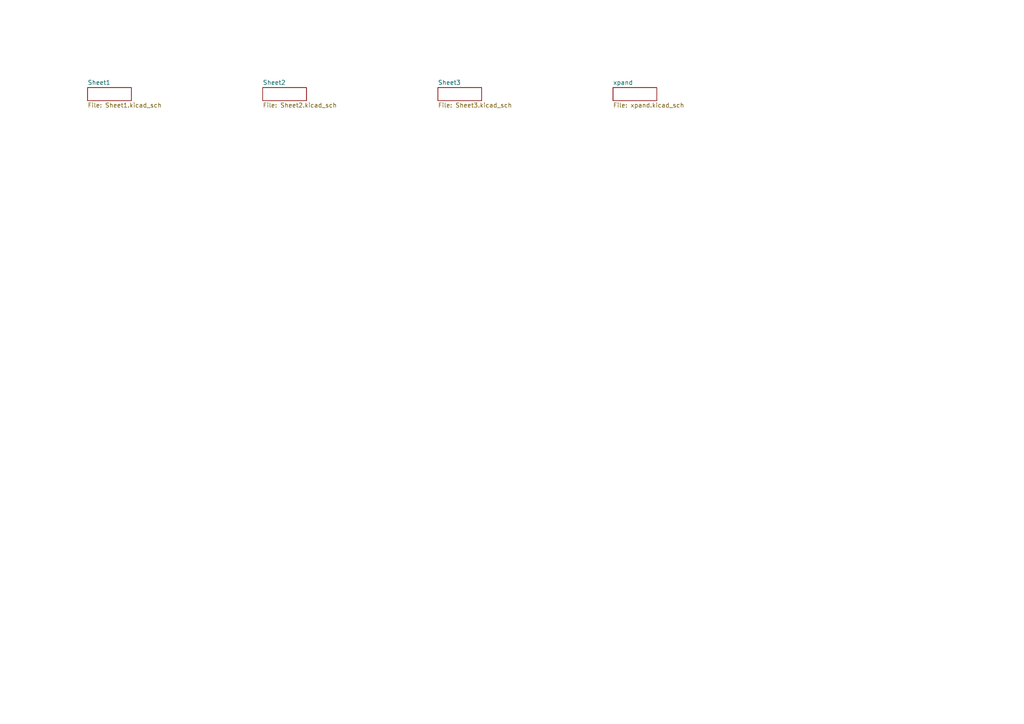
<source format=kicad_sch>
(kicad_sch
	(version 20231120)
	(generator "eeschema")
	(generator_version "8.0")
	(uuid "b9d7dfac-6f85-4b42-98df-84e4bd21ebf7")
	(paper "A4")
	(lib_symbols)
	(sheet
		(at 127 25.4)
		(size 12.7 3.81)
		(fields_autoplaced yes)
		(stroke
			(width 0)
			(type solid)
		)
		(fill
			(color 0 0 0 0.0000)
		)
		(uuid "1e61ddb0-3f8b-4028-9dec-51423691fdc8")
		(property "Sheetname" "Sheet3"
			(at 127 24.6884 0)
			(effects
				(font
					(size 1.27 1.27)
				)
				(justify left bottom)
			)
		)
		(property "Sheetfile" "Sheet3.kicad_sch"
			(at 127 29.7946 0)
			(effects
				(font
					(size 1.27 1.27)
				)
				(justify left top)
			)
		)
		(instances
			(project "threshold"
				(path "/b9d7dfac-6f85-4b42-98df-84e4bd21ebf7"
					(page "3")
				)
			)
		)
	)
	(sheet
		(at 76.2 25.4)
		(size 12.7 3.81)
		(fields_autoplaced yes)
		(stroke
			(width 0)
			(type solid)
		)
		(fill
			(color 0 0 0 0.0000)
		)
		(uuid "2c18e18d-d869-4740-9dbe-e9adad673680")
		(property "Sheetname" "Sheet2"
			(at 76.2 24.6884 0)
			(effects
				(font
					(size 1.27 1.27)
				)
				(justify left bottom)
			)
		)
		(property "Sheetfile" "Sheet2.kicad_sch"
			(at 76.2 29.7946 0)
			(effects
				(font
					(size 1.27 1.27)
				)
				(justify left top)
			)
		)
		(instances
			(project "threshold"
				(path "/b9d7dfac-6f85-4b42-98df-84e4bd21ebf7"
					(page "2")
				)
			)
		)
	)
	(sheet
		(at 25.4 25.4)
		(size 12.7 3.81)
		(fields_autoplaced yes)
		(stroke
			(width 0)
			(type solid)
		)
		(fill
			(color 0 0 0 0.0000)
		)
		(uuid "bb23688f-69cc-47f4-a684-5b750063c78a")
		(property "Sheetname" "Sheet1"
			(at 25.4 24.6884 0)
			(effects
				(font
					(size 1.27 1.27)
				)
				(justify left bottom)
			)
		)
		(property "Sheetfile" "Sheet1.kicad_sch"
			(at 25.4 29.7946 0)
			(effects
				(font
					(size 1.27 1.27)
				)
				(justify left top)
			)
		)
		(instances
			(project "threshold"
				(path "/b9d7dfac-6f85-4b42-98df-84e4bd21ebf7"
					(page "1")
				)
			)
		)
	)
	(sheet
		(at 177.8 25.4)
		(size 12.7 3.81)
		(fields_autoplaced yes)
		(stroke
			(width 0)
			(type solid)
		)
		(fill
			(color 0 0 0 0.0000)
		)
		(uuid "c3809730-2f4d-487b-bcd6-1e134c29e1d4")
		(property "Sheetname" "xpand"
			(at 177.8 24.6884 0)
			(effects
				(font
					(size 1.27 1.27)
				)
				(justify left bottom)
			)
		)
		(property "Sheetfile" "xpand.kicad_sch"
			(at 177.8 29.7946 0)
			(effects
				(font
					(size 1.27 1.27)
				)
				(justify left top)
			)
		)
		(instances
			(project "threshold"
				(path "/b9d7dfac-6f85-4b42-98df-84e4bd21ebf7"
					(page "4")
				)
			)
		)
	)
	(sheet_instances
		(path "/"
			(page "1")
		)
	)
)

</source>
